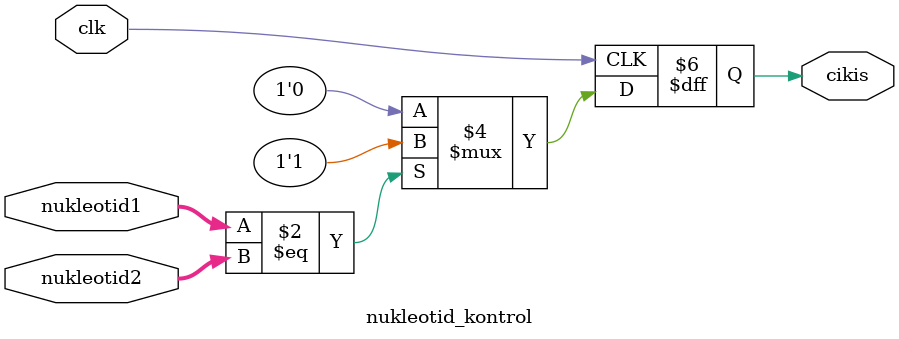
<source format=v>
`timescale 1ns / 1ps


module nukleotid_kontrol(
input clk,
input [1:0] nukleotid1,
input [1:0] nukleotid2,
output reg cikis
    );
    always@(posedge clk)
    begin
    if(nukleotid1==nukleotid2)
        cikis = 1'b1;
    else
        cikis = 1'b0;
    end
    
    
endmodule

</source>
